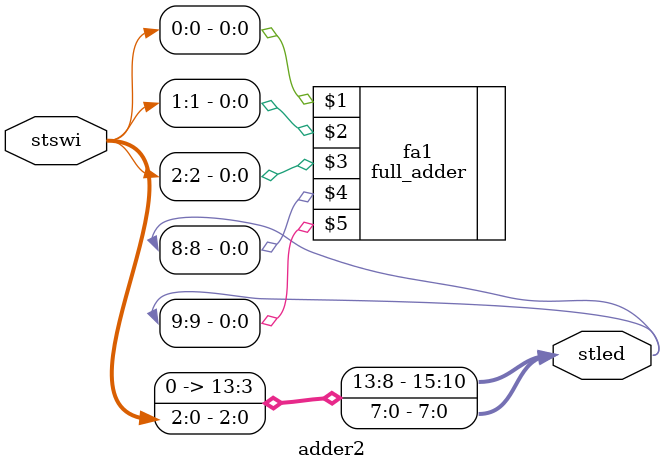
<source format=v>

module adder2(
  input wire [2:0] stswi,
  output wire [15:0] stled
);

  // -------------------------------------------------------
  // set unused LED's to 'off', assign input switches to led
  // -------------------------------------------------------
  assign {stled[7:3], stled[15:10]} = {12{1'b0}};
  assign stled[0] = stswi[0];
  assign stled[1] = stswi[1];
  assign stled[2] = stswi[2];

  // -------------------------------------------------------
  // create fulladder, feed input switches to A, B and Cin
  // -------------------------------------------------------
  full_adder fa1(stswi[0], stswi[1], stswi[2], stled[8], stled[9]);
  
endmodule

</source>
